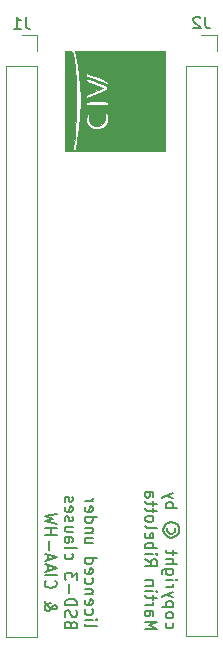
<source format=gbo>
%TF.GenerationSoftware,KiCad,Pcbnew,no-vcs-found-d00fc99~60~ubuntu16.04.1*%
%TF.CreationDate,2017-10-03T23:38:07-03:00*%
%TF.ProjectId,efm32-board,65666D33322D626F6172642E6B696361,rev?*%
%TF.SameCoordinates,Original*%
%TF.FileFunction,Legend,Bot*%
%TF.FilePolarity,Positive*%
%FSLAX46Y46*%
G04 Gerber Fmt 4.6, Leading zero omitted, Abs format (unit mm)*
G04 Created by KiCad (PCBNEW no-vcs-found-d00fc99~60~ubuntu16.04.1) date Tue Oct  3 23:38:07 2017*
%MOMM*%
%LPD*%
G01*
G04 APERTURE LIST*
%ADD10C,0.200000*%
%ADD11C,0.002540*%
%ADD12C,0.120000*%
%ADD13C,0.150000*%
G04 APERTURE END LIST*
D10*
X124885619Y-120369285D02*
X124933238Y-120464523D01*
X125028476Y-120512142D01*
X125885619Y-120512142D01*
X124885619Y-119988333D02*
X125552285Y-119988333D01*
X125885619Y-119988333D02*
X125838000Y-120035952D01*
X125790380Y-119988333D01*
X125838000Y-119940714D01*
X125885619Y-119988333D01*
X125790380Y-119988333D01*
X124933238Y-119083571D02*
X124885619Y-119178809D01*
X124885619Y-119369285D01*
X124933238Y-119464523D01*
X124980857Y-119512142D01*
X125076095Y-119559761D01*
X125361809Y-119559761D01*
X125457047Y-119512142D01*
X125504666Y-119464523D01*
X125552285Y-119369285D01*
X125552285Y-119178809D01*
X125504666Y-119083571D01*
X124933238Y-118274047D02*
X124885619Y-118369285D01*
X124885619Y-118559761D01*
X124933238Y-118655000D01*
X125028476Y-118702619D01*
X125409428Y-118702619D01*
X125504666Y-118655000D01*
X125552285Y-118559761D01*
X125552285Y-118369285D01*
X125504666Y-118274047D01*
X125409428Y-118226428D01*
X125314190Y-118226428D01*
X125218952Y-118702619D01*
X125552285Y-117797857D02*
X124885619Y-117797857D01*
X125457047Y-117797857D02*
X125504666Y-117750238D01*
X125552285Y-117655000D01*
X125552285Y-117512142D01*
X125504666Y-117416904D01*
X125409428Y-117369285D01*
X124885619Y-117369285D01*
X124933238Y-116464523D02*
X124885619Y-116559761D01*
X124885619Y-116750238D01*
X124933238Y-116845476D01*
X124980857Y-116893095D01*
X125076095Y-116940714D01*
X125361809Y-116940714D01*
X125457047Y-116893095D01*
X125504666Y-116845476D01*
X125552285Y-116750238D01*
X125552285Y-116559761D01*
X125504666Y-116464523D01*
X124933238Y-115655000D02*
X124885619Y-115750238D01*
X124885619Y-115940714D01*
X124933238Y-116035952D01*
X125028476Y-116083571D01*
X125409428Y-116083571D01*
X125504666Y-116035952D01*
X125552285Y-115940714D01*
X125552285Y-115750238D01*
X125504666Y-115655000D01*
X125409428Y-115607380D01*
X125314190Y-115607380D01*
X125218952Y-116083571D01*
X124885619Y-114750238D02*
X125885619Y-114750238D01*
X124933238Y-114750238D02*
X124885619Y-114845476D01*
X124885619Y-115035952D01*
X124933238Y-115131190D01*
X124980857Y-115178809D01*
X125076095Y-115226428D01*
X125361809Y-115226428D01*
X125457047Y-115178809D01*
X125504666Y-115131190D01*
X125552285Y-115035952D01*
X125552285Y-114845476D01*
X125504666Y-114750238D01*
X125552285Y-113083571D02*
X124885619Y-113083571D01*
X125552285Y-113512142D02*
X125028476Y-113512142D01*
X124933238Y-113464523D01*
X124885619Y-113369285D01*
X124885619Y-113226428D01*
X124933238Y-113131190D01*
X124980857Y-113083571D01*
X125552285Y-112607380D02*
X124885619Y-112607380D01*
X125457047Y-112607380D02*
X125504666Y-112559761D01*
X125552285Y-112464523D01*
X125552285Y-112321666D01*
X125504666Y-112226428D01*
X125409428Y-112178809D01*
X124885619Y-112178809D01*
X124885619Y-111274047D02*
X125885619Y-111274047D01*
X124933238Y-111274047D02*
X124885619Y-111369285D01*
X124885619Y-111559761D01*
X124933238Y-111655000D01*
X124980857Y-111702619D01*
X125076095Y-111750238D01*
X125361809Y-111750238D01*
X125457047Y-111702619D01*
X125504666Y-111655000D01*
X125552285Y-111559761D01*
X125552285Y-111369285D01*
X125504666Y-111274047D01*
X124933238Y-110416904D02*
X124885619Y-110512142D01*
X124885619Y-110702619D01*
X124933238Y-110797857D01*
X125028476Y-110845476D01*
X125409428Y-110845476D01*
X125504666Y-110797857D01*
X125552285Y-110702619D01*
X125552285Y-110512142D01*
X125504666Y-110416904D01*
X125409428Y-110369285D01*
X125314190Y-110369285D01*
X125218952Y-110845476D01*
X124885619Y-109940714D02*
X125552285Y-109940714D01*
X125361809Y-109940714D02*
X125457047Y-109893095D01*
X125504666Y-109845476D01*
X125552285Y-109750238D01*
X125552285Y-109655000D01*
X123709428Y-120369285D02*
X123661809Y-120226428D01*
X123614190Y-120178809D01*
X123518952Y-120131190D01*
X123376095Y-120131190D01*
X123280857Y-120178809D01*
X123233238Y-120226428D01*
X123185619Y-120321666D01*
X123185619Y-120702619D01*
X124185619Y-120702619D01*
X124185619Y-120369285D01*
X124138000Y-120274047D01*
X124090380Y-120226428D01*
X123995142Y-120178809D01*
X123899904Y-120178809D01*
X123804666Y-120226428D01*
X123757047Y-120274047D01*
X123709428Y-120369285D01*
X123709428Y-120702619D01*
X123233238Y-119750238D02*
X123185619Y-119607380D01*
X123185619Y-119369285D01*
X123233238Y-119274047D01*
X123280857Y-119226428D01*
X123376095Y-119178809D01*
X123471333Y-119178809D01*
X123566571Y-119226428D01*
X123614190Y-119274047D01*
X123661809Y-119369285D01*
X123709428Y-119559761D01*
X123757047Y-119655000D01*
X123804666Y-119702619D01*
X123899904Y-119750238D01*
X123995142Y-119750238D01*
X124090380Y-119702619D01*
X124138000Y-119655000D01*
X124185619Y-119559761D01*
X124185619Y-119321666D01*
X124138000Y-119178809D01*
X123185619Y-118750238D02*
X124185619Y-118750238D01*
X124185619Y-118512142D01*
X124138000Y-118369285D01*
X124042761Y-118274047D01*
X123947523Y-118226428D01*
X123757047Y-118178809D01*
X123614190Y-118178809D01*
X123423714Y-118226428D01*
X123328476Y-118274047D01*
X123233238Y-118369285D01*
X123185619Y-118512142D01*
X123185619Y-118750238D01*
X123566571Y-117750238D02*
X123566571Y-116988333D01*
X124185619Y-116607380D02*
X124185619Y-115988333D01*
X123804666Y-116321666D01*
X123804666Y-116178809D01*
X123757047Y-116083571D01*
X123709428Y-116035952D01*
X123614190Y-115988333D01*
X123376095Y-115988333D01*
X123280857Y-116035952D01*
X123233238Y-116083571D01*
X123185619Y-116178809D01*
X123185619Y-116464523D01*
X123233238Y-116559761D01*
X123280857Y-116607380D01*
X123233238Y-114369285D02*
X123185619Y-114464523D01*
X123185619Y-114655000D01*
X123233238Y-114750238D01*
X123280857Y-114797857D01*
X123376095Y-114845476D01*
X123661809Y-114845476D01*
X123757047Y-114797857D01*
X123804666Y-114750238D01*
X123852285Y-114655000D01*
X123852285Y-114464523D01*
X123804666Y-114369285D01*
X123185619Y-113797857D02*
X123233238Y-113893095D01*
X123328476Y-113940714D01*
X124185619Y-113940714D01*
X123185619Y-112988333D02*
X123709428Y-112988333D01*
X123804666Y-113035952D01*
X123852285Y-113131190D01*
X123852285Y-113321666D01*
X123804666Y-113416904D01*
X123233238Y-112988333D02*
X123185619Y-113083571D01*
X123185619Y-113321666D01*
X123233238Y-113416904D01*
X123328476Y-113464523D01*
X123423714Y-113464523D01*
X123518952Y-113416904D01*
X123566571Y-113321666D01*
X123566571Y-113083571D01*
X123614190Y-112988333D01*
X123852285Y-112083571D02*
X123185619Y-112083571D01*
X123852285Y-112512142D02*
X123328476Y-112512142D01*
X123233238Y-112464523D01*
X123185619Y-112369285D01*
X123185619Y-112226428D01*
X123233238Y-112131190D01*
X123280857Y-112083571D01*
X123233238Y-111655000D02*
X123185619Y-111559761D01*
X123185619Y-111369285D01*
X123233238Y-111274047D01*
X123328476Y-111226428D01*
X123376095Y-111226428D01*
X123471333Y-111274047D01*
X123518952Y-111369285D01*
X123518952Y-111512142D01*
X123566571Y-111607380D01*
X123661809Y-111655000D01*
X123709428Y-111655000D01*
X123804666Y-111607380D01*
X123852285Y-111512142D01*
X123852285Y-111369285D01*
X123804666Y-111274047D01*
X123233238Y-110416904D02*
X123185619Y-110512142D01*
X123185619Y-110702619D01*
X123233238Y-110797857D01*
X123328476Y-110845476D01*
X123709428Y-110845476D01*
X123804666Y-110797857D01*
X123852285Y-110702619D01*
X123852285Y-110512142D01*
X123804666Y-110416904D01*
X123709428Y-110369285D01*
X123614190Y-110369285D01*
X123518952Y-110845476D01*
X123233238Y-109988333D02*
X123185619Y-109893095D01*
X123185619Y-109702619D01*
X123233238Y-109607380D01*
X123328476Y-109559761D01*
X123376095Y-109559761D01*
X123471333Y-109607380D01*
X123518952Y-109702619D01*
X123518952Y-109845476D01*
X123566571Y-109940714D01*
X123661809Y-109988333D01*
X123709428Y-109988333D01*
X123804666Y-109940714D01*
X123852285Y-109845476D01*
X123852285Y-109702619D01*
X123804666Y-109607380D01*
X121485619Y-118416904D02*
X121485619Y-118464523D01*
X121533238Y-118559761D01*
X121676095Y-118702619D01*
X121961809Y-118940714D01*
X122104666Y-119035952D01*
X122247523Y-119083571D01*
X122342761Y-119083571D01*
X122438000Y-119035952D01*
X122485619Y-118940714D01*
X122485619Y-118893095D01*
X122438000Y-118797857D01*
X122342761Y-118750238D01*
X122295142Y-118750238D01*
X122199904Y-118797857D01*
X122152285Y-118845476D01*
X121961809Y-119131190D01*
X121914190Y-119178809D01*
X121818952Y-119226428D01*
X121676095Y-119226428D01*
X121580857Y-119178809D01*
X121533238Y-119131190D01*
X121485619Y-119035952D01*
X121485619Y-118893095D01*
X121533238Y-118797857D01*
X121580857Y-118750238D01*
X121771333Y-118607380D01*
X121914190Y-118559761D01*
X122009428Y-118559761D01*
X121580857Y-116655000D02*
X121533238Y-116702619D01*
X121485619Y-116845476D01*
X121485619Y-116940714D01*
X121533238Y-117083571D01*
X121628476Y-117178809D01*
X121723714Y-117226428D01*
X121914190Y-117274047D01*
X122057047Y-117274047D01*
X122247523Y-117226428D01*
X122342761Y-117178809D01*
X122438000Y-117083571D01*
X122485619Y-116940714D01*
X122485619Y-116845476D01*
X122438000Y-116702619D01*
X122390380Y-116655000D01*
X121485619Y-116226428D02*
X122485619Y-116226428D01*
X121771333Y-115797857D02*
X121771333Y-115321666D01*
X121485619Y-115893095D02*
X122485619Y-115559761D01*
X121485619Y-115226428D01*
X121771333Y-114940714D02*
X121771333Y-114464523D01*
X121485619Y-115035952D02*
X122485619Y-114702619D01*
X121485619Y-114369285D01*
X121866571Y-114035952D02*
X121866571Y-113274047D01*
X121485619Y-112797857D02*
X122485619Y-112797857D01*
X122009428Y-112797857D02*
X122009428Y-112226428D01*
X121485619Y-112226428D02*
X122485619Y-112226428D01*
X122485619Y-111845476D02*
X121485619Y-111607380D01*
X122199904Y-111416904D01*
X121485619Y-111226428D01*
X122485619Y-110988333D01*
X131763238Y-120223095D02*
X131715619Y-120318333D01*
X131715619Y-120508809D01*
X131763238Y-120604047D01*
X131810857Y-120651666D01*
X131906095Y-120699285D01*
X132191809Y-120699285D01*
X132287047Y-120651666D01*
X132334666Y-120604047D01*
X132382285Y-120508809D01*
X132382285Y-120318333D01*
X132334666Y-120223095D01*
X131715619Y-119651666D02*
X131763238Y-119746904D01*
X131810857Y-119794523D01*
X131906095Y-119842142D01*
X132191809Y-119842142D01*
X132287047Y-119794523D01*
X132334666Y-119746904D01*
X132382285Y-119651666D01*
X132382285Y-119508809D01*
X132334666Y-119413571D01*
X132287047Y-119365952D01*
X132191809Y-119318333D01*
X131906095Y-119318333D01*
X131810857Y-119365952D01*
X131763238Y-119413571D01*
X131715619Y-119508809D01*
X131715619Y-119651666D01*
X132382285Y-118889761D02*
X131382285Y-118889761D01*
X132334666Y-118889761D02*
X132382285Y-118794523D01*
X132382285Y-118604047D01*
X132334666Y-118508809D01*
X132287047Y-118461190D01*
X132191809Y-118413571D01*
X131906095Y-118413571D01*
X131810857Y-118461190D01*
X131763238Y-118508809D01*
X131715619Y-118604047D01*
X131715619Y-118794523D01*
X131763238Y-118889761D01*
X132382285Y-118080238D02*
X131715619Y-117842142D01*
X132382285Y-117604047D02*
X131715619Y-117842142D01*
X131477523Y-117937380D01*
X131429904Y-117985000D01*
X131382285Y-118080238D01*
X131715619Y-117223095D02*
X132382285Y-117223095D01*
X132191809Y-117223095D02*
X132287047Y-117175476D01*
X132334666Y-117127857D01*
X132382285Y-117032619D01*
X132382285Y-116937380D01*
X131715619Y-116604047D02*
X132382285Y-116604047D01*
X132715619Y-116604047D02*
X132668000Y-116651666D01*
X132620380Y-116604047D01*
X132668000Y-116556428D01*
X132715619Y-116604047D01*
X132620380Y-116604047D01*
X132382285Y-115699285D02*
X131572761Y-115699285D01*
X131477523Y-115746904D01*
X131429904Y-115794523D01*
X131382285Y-115889761D01*
X131382285Y-116032619D01*
X131429904Y-116127857D01*
X131763238Y-115699285D02*
X131715619Y-115794523D01*
X131715619Y-115985000D01*
X131763238Y-116080238D01*
X131810857Y-116127857D01*
X131906095Y-116175476D01*
X132191809Y-116175476D01*
X132287047Y-116127857D01*
X132334666Y-116080238D01*
X132382285Y-115985000D01*
X132382285Y-115794523D01*
X132334666Y-115699285D01*
X131715619Y-115223095D02*
X132715619Y-115223095D01*
X131715619Y-114794523D02*
X132239428Y-114794523D01*
X132334666Y-114842142D01*
X132382285Y-114937380D01*
X132382285Y-115080238D01*
X132334666Y-115175476D01*
X132287047Y-115223095D01*
X132382285Y-114461190D02*
X132382285Y-114080238D01*
X132715619Y-114318333D02*
X131858476Y-114318333D01*
X131763238Y-114270714D01*
X131715619Y-114175476D01*
X131715619Y-114080238D01*
X132477523Y-112175476D02*
X132525142Y-112270714D01*
X132525142Y-112461190D01*
X132477523Y-112556428D01*
X132382285Y-112651666D01*
X132287047Y-112699285D01*
X132096571Y-112699285D01*
X132001333Y-112651666D01*
X131906095Y-112556428D01*
X131858476Y-112461190D01*
X131858476Y-112270714D01*
X131906095Y-112175476D01*
X132858476Y-112365952D02*
X132810857Y-112604047D01*
X132668000Y-112842142D01*
X132429904Y-112985000D01*
X132191809Y-113032619D01*
X131953714Y-112985000D01*
X131715619Y-112842142D01*
X131572761Y-112604047D01*
X131525142Y-112365952D01*
X131572761Y-112127857D01*
X131715619Y-111889761D01*
X131953714Y-111746904D01*
X132191809Y-111699285D01*
X132429904Y-111746904D01*
X132668000Y-111889761D01*
X132810857Y-112127857D01*
X132858476Y-112365952D01*
X131715619Y-110508809D02*
X132715619Y-110508809D01*
X132334666Y-110508809D02*
X132382285Y-110413571D01*
X132382285Y-110223095D01*
X132334666Y-110127857D01*
X132287047Y-110080238D01*
X132191809Y-110032619D01*
X131906095Y-110032619D01*
X131810857Y-110080238D01*
X131763238Y-110127857D01*
X131715619Y-110223095D01*
X131715619Y-110413571D01*
X131763238Y-110508809D01*
X132382285Y-109699285D02*
X131715619Y-109461190D01*
X132382285Y-109223095D02*
X131715619Y-109461190D01*
X131477523Y-109556428D01*
X131429904Y-109604047D01*
X131382285Y-109699285D01*
X130015619Y-120794523D02*
X131015619Y-120794523D01*
X130301333Y-120461190D01*
X131015619Y-120127857D01*
X130015619Y-120127857D01*
X130015619Y-119223095D02*
X130539428Y-119223095D01*
X130634666Y-119270714D01*
X130682285Y-119365952D01*
X130682285Y-119556428D01*
X130634666Y-119651666D01*
X130063238Y-119223095D02*
X130015619Y-119318333D01*
X130015619Y-119556428D01*
X130063238Y-119651666D01*
X130158476Y-119699285D01*
X130253714Y-119699285D01*
X130348952Y-119651666D01*
X130396571Y-119556428D01*
X130396571Y-119318333D01*
X130444190Y-119223095D01*
X130015619Y-118746904D02*
X130682285Y-118746904D01*
X130491809Y-118746904D02*
X130587047Y-118699285D01*
X130634666Y-118651666D01*
X130682285Y-118556428D01*
X130682285Y-118461190D01*
X130682285Y-118270714D02*
X130682285Y-117889761D01*
X131015619Y-118127857D02*
X130158476Y-118127857D01*
X130063238Y-118080238D01*
X130015619Y-117985000D01*
X130015619Y-117889761D01*
X130015619Y-117556428D02*
X130682285Y-117556428D01*
X131015619Y-117556428D02*
X130968000Y-117604047D01*
X130920380Y-117556428D01*
X130968000Y-117508809D01*
X131015619Y-117556428D01*
X130920380Y-117556428D01*
X130682285Y-117080238D02*
X130015619Y-117080238D01*
X130587047Y-117080238D02*
X130634666Y-117032619D01*
X130682285Y-116937380D01*
X130682285Y-116794523D01*
X130634666Y-116699285D01*
X130539428Y-116651666D01*
X130015619Y-116651666D01*
X130015619Y-114842142D02*
X130491809Y-115175476D01*
X130015619Y-115413571D02*
X131015619Y-115413571D01*
X131015619Y-115032619D01*
X130968000Y-114937380D01*
X130920380Y-114889761D01*
X130825142Y-114842142D01*
X130682285Y-114842142D01*
X130587047Y-114889761D01*
X130539428Y-114937380D01*
X130491809Y-115032619D01*
X130491809Y-115413571D01*
X130015619Y-114413571D02*
X130682285Y-114413571D01*
X131015619Y-114413571D02*
X130968000Y-114461190D01*
X130920380Y-114413571D01*
X130968000Y-114365952D01*
X131015619Y-114413571D01*
X130920380Y-114413571D01*
X130015619Y-113937380D02*
X131015619Y-113937380D01*
X130634666Y-113937380D02*
X130682285Y-113842142D01*
X130682285Y-113651666D01*
X130634666Y-113556428D01*
X130587047Y-113508809D01*
X130491809Y-113461190D01*
X130206095Y-113461190D01*
X130110857Y-113508809D01*
X130063238Y-113556428D01*
X130015619Y-113651666D01*
X130015619Y-113842142D01*
X130063238Y-113937380D01*
X130063238Y-112651666D02*
X130015619Y-112746904D01*
X130015619Y-112937380D01*
X130063238Y-113032619D01*
X130158476Y-113080238D01*
X130539428Y-113080238D01*
X130634666Y-113032619D01*
X130682285Y-112937380D01*
X130682285Y-112746904D01*
X130634666Y-112651666D01*
X130539428Y-112604047D01*
X130444190Y-112604047D01*
X130348952Y-113080238D01*
X130015619Y-112032619D02*
X130063238Y-112127857D01*
X130158476Y-112175476D01*
X131015619Y-112175476D01*
X130015619Y-111508809D02*
X130063238Y-111604047D01*
X130110857Y-111651666D01*
X130206095Y-111699285D01*
X130491809Y-111699285D01*
X130587047Y-111651666D01*
X130634666Y-111604047D01*
X130682285Y-111508809D01*
X130682285Y-111365952D01*
X130634666Y-111270714D01*
X130587047Y-111223095D01*
X130491809Y-111175476D01*
X130206095Y-111175476D01*
X130110857Y-111223095D01*
X130063238Y-111270714D01*
X130015619Y-111365952D01*
X130015619Y-111508809D01*
X130682285Y-110889761D02*
X130682285Y-110508809D01*
X131015619Y-110746904D02*
X130158476Y-110746904D01*
X130063238Y-110699285D01*
X130015619Y-110604047D01*
X130015619Y-110508809D01*
X130682285Y-110318333D02*
X130682285Y-109937380D01*
X131015619Y-110175476D02*
X130158476Y-110175476D01*
X130063238Y-110127857D01*
X130015619Y-110032619D01*
X130015619Y-109937380D01*
X130015619Y-109175476D02*
X130539428Y-109175476D01*
X130634666Y-109223095D01*
X130682285Y-109318333D01*
X130682285Y-109508809D01*
X130634666Y-109604047D01*
X130063238Y-109175476D02*
X130015619Y-109270714D01*
X130015619Y-109508809D01*
X130063238Y-109604047D01*
X130158476Y-109651666D01*
X130253714Y-109651666D01*
X130348952Y-109604047D01*
X130396571Y-109508809D01*
X130396571Y-109270714D01*
X130444190Y-109175476D01*
D11*
%TO.C,G102*%
G36*
X123203820Y-71850820D02*
X123203820Y-76085000D01*
X123203820Y-80316640D01*
X127438000Y-80316640D01*
X131669640Y-80316640D01*
X131669640Y-76085000D01*
X131669640Y-71850820D01*
X127872340Y-71850820D01*
X124072500Y-71850820D01*
X124151240Y-72211500D01*
X124224900Y-72612820D01*
X124301100Y-73138600D01*
X124372220Y-73712640D01*
X125063100Y-73712640D01*
X125192640Y-73743120D01*
X125433940Y-73821860D01*
X125743820Y-73936160D01*
X126076560Y-74063160D01*
X126391520Y-74192700D01*
X126485500Y-74235880D01*
X126706480Y-74360340D01*
X126830940Y-74487340D01*
X126843640Y-74530520D01*
X126797920Y-74621960D01*
X126696320Y-74604180D01*
X126561700Y-74553380D01*
X126312780Y-74459400D01*
X126000360Y-74345100D01*
X125672700Y-74223180D01*
X125370440Y-74113960D01*
X125146920Y-74032680D01*
X125088500Y-74009820D01*
X125004680Y-73923460D01*
X124986900Y-73796460D01*
X125042780Y-73717720D01*
X125063100Y-73712640D01*
X124372220Y-73712640D01*
X124374760Y-73740580D01*
X124420480Y-74157140D01*
X125017380Y-74157140D01*
X125098660Y-74162220D01*
X125256140Y-74207940D01*
X125512680Y-74301920D01*
X125896220Y-74446700D01*
X126041000Y-74502580D01*
X126419460Y-74654980D01*
X126673460Y-74784520D01*
X126800460Y-74898820D01*
X126795380Y-75013120D01*
X126648060Y-75137580D01*
X126358500Y-75284900D01*
X125916540Y-75467780D01*
X125510140Y-75622720D01*
X125230740Y-75726860D01*
X125070720Y-75770040D01*
X124999600Y-75754800D01*
X124981820Y-75688760D01*
X124981820Y-75668440D01*
X125025000Y-75574460D01*
X125172320Y-75470320D01*
X125441560Y-75345860D01*
X125718420Y-75236640D01*
X126457560Y-74957240D01*
X125995280Y-74792140D01*
X125555860Y-74627040D01*
X125256140Y-74497500D01*
X125075800Y-74393360D01*
X124994520Y-74301920D01*
X124981820Y-74251120D01*
X124986900Y-74190160D01*
X125017380Y-74157140D01*
X124420480Y-74157140D01*
X124440800Y-74375580D01*
X124496680Y-74995340D01*
X124534780Y-75554140D01*
X124552560Y-76006260D01*
X124552560Y-76085000D01*
X125738740Y-76085000D01*
X125914000Y-76085000D01*
X126320400Y-76087540D01*
X126589640Y-76095160D01*
X126744580Y-76118020D01*
X126820780Y-76158660D01*
X126843640Y-76222160D01*
X126843640Y-76252640D01*
X126833480Y-76328840D01*
X126782680Y-76377100D01*
X126660760Y-76405040D01*
X126439780Y-76417740D01*
X126089260Y-76422820D01*
X125914000Y-76422820D01*
X125505060Y-76420280D01*
X125238360Y-76412660D01*
X125080880Y-76389800D01*
X125007220Y-76349160D01*
X124984360Y-76285660D01*
X124981820Y-76252640D01*
X124991980Y-76178980D01*
X125045320Y-76130720D01*
X125167240Y-76102780D01*
X125388220Y-76090080D01*
X125738740Y-76085000D01*
X124552560Y-76085000D01*
X124542400Y-76504100D01*
X124509380Y-77029880D01*
X124504300Y-77101000D01*
X126683620Y-77101000D01*
X126808080Y-77174660D01*
X126871580Y-77367700D01*
X126869040Y-77639480D01*
X126833480Y-77827440D01*
X126665840Y-78157640D01*
X126378820Y-78365920D01*
X125982580Y-78452280D01*
X125896220Y-78454820D01*
X125609200Y-78437040D01*
X125411080Y-78358300D01*
X125225660Y-78203360D01*
X125068180Y-78020480D01*
X124999600Y-77840140D01*
X124997060Y-77586140D01*
X124999600Y-77548040D01*
X125037700Y-77271180D01*
X125113900Y-77139100D01*
X125159620Y-77118780D01*
X125248520Y-77136560D01*
X125263760Y-77268640D01*
X125256140Y-77349920D01*
X125263760Y-77720760D01*
X125398380Y-77995080D01*
X125639680Y-78152560D01*
X125972420Y-78177960D01*
X126068940Y-78162720D01*
X126373740Y-78030640D01*
X126543920Y-77802040D01*
X126579480Y-77469300D01*
X126576940Y-77443900D01*
X126569320Y-77217840D01*
X126612500Y-77118780D01*
X126683620Y-77101000D01*
X124504300Y-77101000D01*
X124461120Y-77603920D01*
X124402700Y-78160180D01*
X124387460Y-78284640D01*
X124308720Y-78906940D01*
X124245220Y-79379380D01*
X124196960Y-79724820D01*
X124153780Y-79961040D01*
X124118220Y-80110900D01*
X124080120Y-80192180D01*
X124039480Y-80225200D01*
X123991220Y-80232820D01*
X123988680Y-80232820D01*
X123907400Y-80192180D01*
X123899780Y-80039780D01*
X123909940Y-79958500D01*
X124014080Y-79221900D01*
X124087740Y-78358300D01*
X124133460Y-77395640D01*
X124151240Y-76377100D01*
X124141080Y-75333160D01*
X124102980Y-74304460D01*
X124036940Y-73321480D01*
X123942960Y-72427400D01*
X123912480Y-72211500D01*
X123871840Y-71985440D01*
X123803260Y-71881300D01*
X123655940Y-71853360D01*
X123534020Y-71850820D01*
X123203820Y-71850820D01*
X123203820Y-71850820D01*
X123203820Y-71850820D01*
G37*
X123203820Y-71850820D02*
X123203820Y-76085000D01*
X123203820Y-80316640D01*
X127438000Y-80316640D01*
X131669640Y-80316640D01*
X131669640Y-76085000D01*
X131669640Y-71850820D01*
X127872340Y-71850820D01*
X124072500Y-71850820D01*
X124151240Y-72211500D01*
X124224900Y-72612820D01*
X124301100Y-73138600D01*
X124372220Y-73712640D01*
X125063100Y-73712640D01*
X125192640Y-73743120D01*
X125433940Y-73821860D01*
X125743820Y-73936160D01*
X126076560Y-74063160D01*
X126391520Y-74192700D01*
X126485500Y-74235880D01*
X126706480Y-74360340D01*
X126830940Y-74487340D01*
X126843640Y-74530520D01*
X126797920Y-74621960D01*
X126696320Y-74604180D01*
X126561700Y-74553380D01*
X126312780Y-74459400D01*
X126000360Y-74345100D01*
X125672700Y-74223180D01*
X125370440Y-74113960D01*
X125146920Y-74032680D01*
X125088500Y-74009820D01*
X125004680Y-73923460D01*
X124986900Y-73796460D01*
X125042780Y-73717720D01*
X125063100Y-73712640D01*
X124372220Y-73712640D01*
X124374760Y-73740580D01*
X124420480Y-74157140D01*
X125017380Y-74157140D01*
X125098660Y-74162220D01*
X125256140Y-74207940D01*
X125512680Y-74301920D01*
X125896220Y-74446700D01*
X126041000Y-74502580D01*
X126419460Y-74654980D01*
X126673460Y-74784520D01*
X126800460Y-74898820D01*
X126795380Y-75013120D01*
X126648060Y-75137580D01*
X126358500Y-75284900D01*
X125916540Y-75467780D01*
X125510140Y-75622720D01*
X125230740Y-75726860D01*
X125070720Y-75770040D01*
X124999600Y-75754800D01*
X124981820Y-75688760D01*
X124981820Y-75668440D01*
X125025000Y-75574460D01*
X125172320Y-75470320D01*
X125441560Y-75345860D01*
X125718420Y-75236640D01*
X126457560Y-74957240D01*
X125995280Y-74792140D01*
X125555860Y-74627040D01*
X125256140Y-74497500D01*
X125075800Y-74393360D01*
X124994520Y-74301920D01*
X124981820Y-74251120D01*
X124986900Y-74190160D01*
X125017380Y-74157140D01*
X124420480Y-74157140D01*
X124440800Y-74375580D01*
X124496680Y-74995340D01*
X124534780Y-75554140D01*
X124552560Y-76006260D01*
X124552560Y-76085000D01*
X125738740Y-76085000D01*
X125914000Y-76085000D01*
X126320400Y-76087540D01*
X126589640Y-76095160D01*
X126744580Y-76118020D01*
X126820780Y-76158660D01*
X126843640Y-76222160D01*
X126843640Y-76252640D01*
X126833480Y-76328840D01*
X126782680Y-76377100D01*
X126660760Y-76405040D01*
X126439780Y-76417740D01*
X126089260Y-76422820D01*
X125914000Y-76422820D01*
X125505060Y-76420280D01*
X125238360Y-76412660D01*
X125080880Y-76389800D01*
X125007220Y-76349160D01*
X124984360Y-76285660D01*
X124981820Y-76252640D01*
X124991980Y-76178980D01*
X125045320Y-76130720D01*
X125167240Y-76102780D01*
X125388220Y-76090080D01*
X125738740Y-76085000D01*
X124552560Y-76085000D01*
X124542400Y-76504100D01*
X124509380Y-77029880D01*
X124504300Y-77101000D01*
X126683620Y-77101000D01*
X126808080Y-77174660D01*
X126871580Y-77367700D01*
X126869040Y-77639480D01*
X126833480Y-77827440D01*
X126665840Y-78157640D01*
X126378820Y-78365920D01*
X125982580Y-78452280D01*
X125896220Y-78454820D01*
X125609200Y-78437040D01*
X125411080Y-78358300D01*
X125225660Y-78203360D01*
X125068180Y-78020480D01*
X124999600Y-77840140D01*
X124997060Y-77586140D01*
X124999600Y-77548040D01*
X125037700Y-77271180D01*
X125113900Y-77139100D01*
X125159620Y-77118780D01*
X125248520Y-77136560D01*
X125263760Y-77268640D01*
X125256140Y-77349920D01*
X125263760Y-77720760D01*
X125398380Y-77995080D01*
X125639680Y-78152560D01*
X125972420Y-78177960D01*
X126068940Y-78162720D01*
X126373740Y-78030640D01*
X126543920Y-77802040D01*
X126579480Y-77469300D01*
X126576940Y-77443900D01*
X126569320Y-77217840D01*
X126612500Y-77118780D01*
X126683620Y-77101000D01*
X124504300Y-77101000D01*
X124461120Y-77603920D01*
X124402700Y-78160180D01*
X124387460Y-78284640D01*
X124308720Y-78906940D01*
X124245220Y-79379380D01*
X124196960Y-79724820D01*
X124153780Y-79961040D01*
X124118220Y-80110900D01*
X124080120Y-80192180D01*
X124039480Y-80225200D01*
X123991220Y-80232820D01*
X123988680Y-80232820D01*
X123907400Y-80192180D01*
X123899780Y-80039780D01*
X123909940Y-79958500D01*
X124014080Y-79221900D01*
X124087740Y-78358300D01*
X124133460Y-77395640D01*
X124151240Y-76377100D01*
X124141080Y-75333160D01*
X124102980Y-74304460D01*
X124036940Y-73321480D01*
X123942960Y-72427400D01*
X123912480Y-72211500D01*
X123871840Y-71985440D01*
X123803260Y-71881300D01*
X123655940Y-71853360D01*
X123534020Y-71850820D01*
X123203820Y-71850820D01*
X123203820Y-71850820D01*
D12*
%TO.C,J2*%
X136070619Y-121372500D02*
X133410619Y-121372500D01*
X136070619Y-73052500D02*
X136070619Y-121372500D01*
X133410619Y-73052500D02*
X133410619Y-121372500D01*
X136070619Y-73052500D02*
X133410619Y-73052500D01*
X136070619Y-71782500D02*
X136070619Y-70452500D01*
X136070619Y-70452500D02*
X134740619Y-70452500D01*
%TO.C,J1*%
X120868000Y-121415000D02*
X118208000Y-121415000D01*
X120868000Y-73095000D02*
X120868000Y-121415000D01*
X118208000Y-73095000D02*
X118208000Y-121415000D01*
X120868000Y-73095000D02*
X118208000Y-73095000D01*
X120868000Y-71825000D02*
X120868000Y-70495000D01*
X120868000Y-70495000D02*
X119538000Y-70495000D01*
%TO.C,J2*%
D13*
X135073952Y-68904880D02*
X135073952Y-69619166D01*
X135121571Y-69762023D01*
X135216809Y-69857261D01*
X135359666Y-69904880D01*
X135454904Y-69904880D01*
X134645380Y-69000119D02*
X134597761Y-68952500D01*
X134502523Y-68904880D01*
X134264428Y-68904880D01*
X134169190Y-68952500D01*
X134121571Y-69000119D01*
X134073952Y-69095357D01*
X134073952Y-69190595D01*
X134121571Y-69333452D01*
X134692999Y-69904880D01*
X134073952Y-69904880D01*
%TO.C,J1*%
X119871333Y-68947380D02*
X119871333Y-69661666D01*
X119918952Y-69804523D01*
X120014190Y-69899761D01*
X120157047Y-69947380D01*
X120252285Y-69947380D01*
X118871333Y-69947380D02*
X119442761Y-69947380D01*
X119157047Y-69947380D02*
X119157047Y-68947380D01*
X119252285Y-69090238D01*
X119347523Y-69185476D01*
X119442761Y-69233095D01*
%TD*%
M02*

</source>
